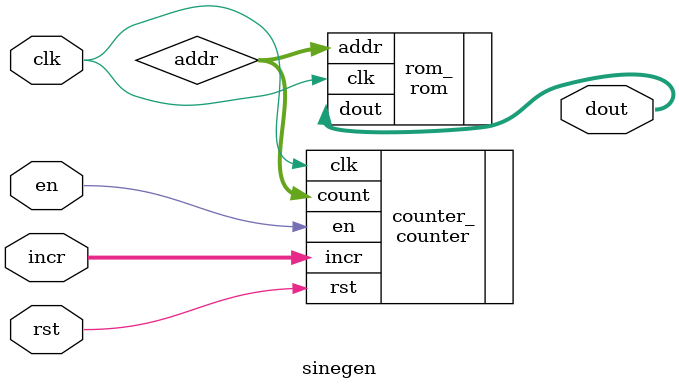
<source format=sv>
module sinegen #(
    parameter WIDTH = 8
)(
    input logic [WIDTH - 1: 0] incr,
    input logic rst,
    input logic en,
    input logic clk,

    output logic [WIDTH - 1: 0] dout
);

logic [WIDTH - 1: 0] addr;
    
counter counter_(
    .incr (incr),
    .rst (rst),
    .en (en),
    .clk (clk),

    .count (addr)
);

rom rom_(
    .addr (addr),
    .clk (clk),

    .dout (dout)
);


endmodule

</source>
